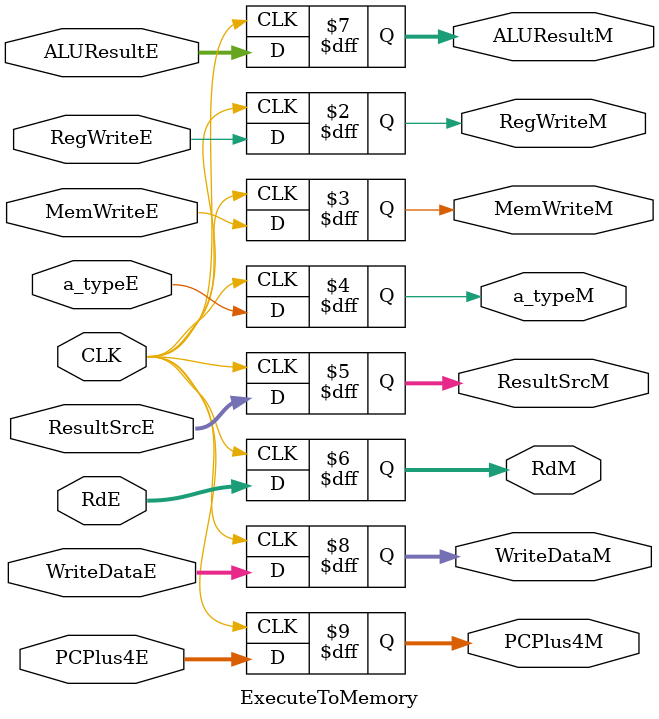
<source format=sv>
module ExecuteToMemory #(
    parameter   DATA_WIDTH = 32,
                ADDRESS_WIDTH = 5
)(
    input  logic                       CLK, RegWriteE, MemWriteE, a_typeE,
    input  logic [1:0]                 ResultSrcE,
    input  logic [ADDRESS_WIDTH-1:0]   RdE,
    input  logic [DATA_WIDTH-1:0]      ALUResultE, WriteDataE, PCPlus4E,

    output  logic                      RegWriteM, MemWriteM, a_typeM,
    output  logic [1:0]                ResultSrcM,
    output  logic [ADDRESS_WIDTH-1:0]  RdM,
    output  logic [DATA_WIDTH-1:0]     ALUResultM, WriteDataM, PCPlus4M
    );

always_ff @(posedge CLK) begin
        RegWriteM <= RegWriteE;
        MemWriteM <= MemWriteE;
        ResultSrcM <= ResultSrcE;
        RdM <= RdE;
        ALUResultM <= ALUResultE;
        WriteDataM <= WriteDataE;     
        PCPlus4M <= PCPlus4E;
        a_typeM <= a_typeE;
end

endmodule

</source>
